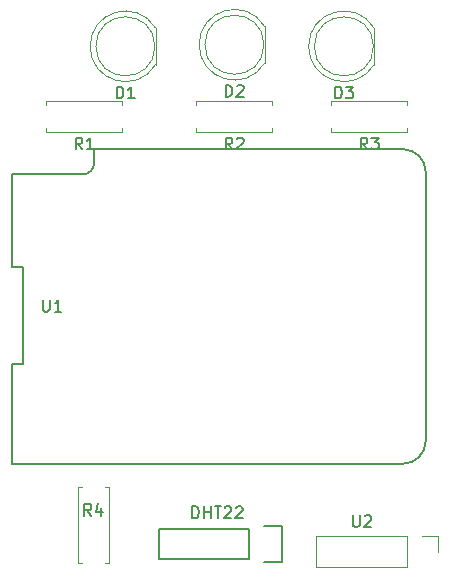
<source format=gbr>
G04 #@! TF.GenerationSoftware,KiCad,Pcbnew,5.1.7-5.1.7*
G04 #@! TF.CreationDate,2020-10-12T00:47:03+02:00*
G04 #@! TF.ProjectId,meteo-home,6d657465-6f2d-4686-9f6d-652e6b696361,rev?*
G04 #@! TF.SameCoordinates,Original*
G04 #@! TF.FileFunction,Legend,Top*
G04 #@! TF.FilePolarity,Positive*
%FSLAX46Y46*%
G04 Gerber Fmt 4.6, Leading zero omitted, Abs format (unit mm)*
G04 Created by KiCad (PCBNEW 5.1.7-5.1.7) date 2020-10-12 00:47:03*
%MOMM*%
%LPD*%
G01*
G04 APERTURE LIST*
%ADD10C,0.150000*%
%ADD11C,0.120000*%
G04 APERTURE END LIST*
D10*
X112595001Y-63697025D02*
X112595001Y-63697025D01*
X112595001Y-64857025D02*
X112595001Y-63697025D01*
X105595001Y-65847025D02*
X111595001Y-65847025D01*
X105595001Y-81927025D02*
X105595001Y-90357024D01*
X106595001Y-81927025D02*
X105595001Y-81927025D01*
X106595001Y-73707025D02*
X106595001Y-81927025D01*
X105595001Y-73707025D02*
X106595001Y-73707025D01*
X105595001Y-65847025D02*
X105595001Y-73707025D01*
X138675001Y-63697025D02*
X112595001Y-63697025D01*
X140675001Y-88357025D02*
X140675001Y-65697025D01*
X105595001Y-90357025D02*
X138675001Y-90357025D01*
X140675001Y-65697025D02*
G75*
G03*
X138675001Y-63697025I-2000000J0D01*
G01*
X138675001Y-90357025D02*
G75*
G03*
X140675001Y-88357025I0J2000000D01*
G01*
X111595001Y-65847025D02*
G75*
G03*
X112595001Y-64847025I0J1000000D01*
G01*
X125730000Y-95885000D02*
X125730000Y-98425000D01*
X118110000Y-95885000D02*
X125730000Y-95885000D01*
X118110000Y-98425000D02*
X118110000Y-95885000D01*
X125730000Y-98425000D02*
X118110000Y-98425000D01*
X128524000Y-95631000D02*
X127000000Y-95631000D01*
X128524000Y-98679000D02*
X128524000Y-95631000D01*
X127000000Y-98679000D02*
X128524000Y-98679000D01*
D11*
X117790000Y-56545000D02*
X117790000Y-53455000D01*
X117730000Y-55000000D02*
G75*
G03*
X117730000Y-55000000I-2500000J0D01*
G01*
X112240000Y-55000462D02*
G75*
G02*
X117790000Y-53455170I2990000J462D01*
G01*
X112240000Y-54999538D02*
G75*
G03*
X117790000Y-56544830I2990000J-462D01*
G01*
X126960000Y-54864000D02*
G75*
G03*
X126960000Y-54864000I-2500000J0D01*
G01*
X127020000Y-56409000D02*
X127020000Y-53319000D01*
X121470000Y-54863538D02*
G75*
G03*
X127020000Y-56408830I2990000J-462D01*
G01*
X121470000Y-54864462D02*
G75*
G02*
X127020000Y-53319170I2990000J462D01*
G01*
X136290000Y-56545000D02*
X136290000Y-53455000D01*
X136230000Y-55000000D02*
G75*
G03*
X136230000Y-55000000I-2500000J0D01*
G01*
X130740000Y-55000462D02*
G75*
G02*
X136290000Y-53455170I2990000J462D01*
G01*
X130740000Y-54999538D02*
G75*
G03*
X136290000Y-56544830I2990000J-462D01*
G01*
X114970000Y-61940000D02*
X114970000Y-62270000D01*
X114970000Y-62270000D02*
X108550000Y-62270000D01*
X108550000Y-62270000D02*
X108550000Y-61940000D01*
X114970000Y-59980000D02*
X114970000Y-59650000D01*
X114970000Y-59650000D02*
X108550000Y-59650000D01*
X108550000Y-59650000D02*
X108550000Y-59980000D01*
X132680000Y-59650000D02*
X132680000Y-59980000D01*
X139100000Y-59650000D02*
X132680000Y-59650000D01*
X139100000Y-59980000D02*
X139100000Y-59650000D01*
X132680000Y-62270000D02*
X132680000Y-61940000D01*
X139100000Y-62270000D02*
X132680000Y-62270000D01*
X139100000Y-61940000D02*
X139100000Y-62270000D01*
X113480000Y-92350000D02*
X113810000Y-92350000D01*
X113810000Y-92350000D02*
X113810000Y-98770000D01*
X113810000Y-98770000D02*
X113480000Y-98770000D01*
X111520000Y-92350000D02*
X111190000Y-92350000D01*
X111190000Y-92350000D02*
X111190000Y-98770000D01*
X111190000Y-98770000D02*
X111520000Y-98770000D01*
X127670000Y-61940000D02*
X127670000Y-62270000D01*
X127670000Y-62270000D02*
X121250000Y-62270000D01*
X121250000Y-62270000D02*
X121250000Y-61940000D01*
X127670000Y-59980000D02*
X127670000Y-59650000D01*
X127670000Y-59650000D02*
X121250000Y-59650000D01*
X121250000Y-59650000D02*
X121250000Y-59980000D01*
X131385000Y-96460000D02*
X131385000Y-99120000D01*
X139065000Y-96460000D02*
X131385000Y-96460000D01*
X139065000Y-99120000D02*
X131385000Y-99120000D01*
X139065000Y-96460000D02*
X139065000Y-99120000D01*
X140335000Y-96460000D02*
X141665000Y-96460000D01*
X141665000Y-96460000D02*
X141665000Y-97790000D01*
D10*
X108238095Y-76452380D02*
X108238095Y-77261904D01*
X108285714Y-77357142D01*
X108333333Y-77404761D01*
X108428571Y-77452380D01*
X108619047Y-77452380D01*
X108714285Y-77404761D01*
X108761904Y-77357142D01*
X108809523Y-77261904D01*
X108809523Y-76452380D01*
X109809523Y-77452380D02*
X109238095Y-77452380D01*
X109523809Y-77452380D02*
X109523809Y-76452380D01*
X109428571Y-76595238D01*
X109333333Y-76690476D01*
X109238095Y-76738095D01*
X120880952Y-94952380D02*
X120880952Y-93952380D01*
X121119047Y-93952380D01*
X121261904Y-94000000D01*
X121357142Y-94095238D01*
X121404761Y-94190476D01*
X121452380Y-94380952D01*
X121452380Y-94523809D01*
X121404761Y-94714285D01*
X121357142Y-94809523D01*
X121261904Y-94904761D01*
X121119047Y-94952380D01*
X120880952Y-94952380D01*
X121880952Y-94952380D02*
X121880952Y-93952380D01*
X121880952Y-94428571D02*
X122452380Y-94428571D01*
X122452380Y-94952380D02*
X122452380Y-93952380D01*
X122785714Y-93952380D02*
X123357142Y-93952380D01*
X123071428Y-94952380D02*
X123071428Y-93952380D01*
X123642857Y-94047619D02*
X123690476Y-94000000D01*
X123785714Y-93952380D01*
X124023809Y-93952380D01*
X124119047Y-94000000D01*
X124166666Y-94047619D01*
X124214285Y-94142857D01*
X124214285Y-94238095D01*
X124166666Y-94380952D01*
X123595238Y-94952380D01*
X124214285Y-94952380D01*
X124595238Y-94047619D02*
X124642857Y-94000000D01*
X124738095Y-93952380D01*
X124976190Y-93952380D01*
X125071428Y-94000000D01*
X125119047Y-94047619D01*
X125166666Y-94142857D01*
X125166666Y-94238095D01*
X125119047Y-94380952D01*
X124547619Y-94952380D01*
X125166666Y-94952380D01*
X114491904Y-59412380D02*
X114491904Y-58412380D01*
X114730000Y-58412380D01*
X114872857Y-58460000D01*
X114968095Y-58555238D01*
X115015714Y-58650476D01*
X115063333Y-58840952D01*
X115063333Y-58983809D01*
X115015714Y-59174285D01*
X114968095Y-59269523D01*
X114872857Y-59364761D01*
X114730000Y-59412380D01*
X114491904Y-59412380D01*
X116015714Y-59412380D02*
X115444285Y-59412380D01*
X115730000Y-59412380D02*
X115730000Y-58412380D01*
X115634761Y-58555238D01*
X115539523Y-58650476D01*
X115444285Y-58698095D01*
X123721904Y-59276380D02*
X123721904Y-58276380D01*
X123960000Y-58276380D01*
X124102857Y-58324000D01*
X124198095Y-58419238D01*
X124245714Y-58514476D01*
X124293333Y-58704952D01*
X124293333Y-58847809D01*
X124245714Y-59038285D01*
X124198095Y-59133523D01*
X124102857Y-59228761D01*
X123960000Y-59276380D01*
X123721904Y-59276380D01*
X124674285Y-58371619D02*
X124721904Y-58324000D01*
X124817142Y-58276380D01*
X125055238Y-58276380D01*
X125150476Y-58324000D01*
X125198095Y-58371619D01*
X125245714Y-58466857D01*
X125245714Y-58562095D01*
X125198095Y-58704952D01*
X124626666Y-59276380D01*
X125245714Y-59276380D01*
X132991904Y-59412380D02*
X132991904Y-58412380D01*
X133230000Y-58412380D01*
X133372857Y-58460000D01*
X133468095Y-58555238D01*
X133515714Y-58650476D01*
X133563333Y-58840952D01*
X133563333Y-58983809D01*
X133515714Y-59174285D01*
X133468095Y-59269523D01*
X133372857Y-59364761D01*
X133230000Y-59412380D01*
X132991904Y-59412380D01*
X133896666Y-58412380D02*
X134515714Y-58412380D01*
X134182380Y-58793333D01*
X134325238Y-58793333D01*
X134420476Y-58840952D01*
X134468095Y-58888571D01*
X134515714Y-58983809D01*
X134515714Y-59221904D01*
X134468095Y-59317142D01*
X134420476Y-59364761D01*
X134325238Y-59412380D01*
X134039523Y-59412380D01*
X133944285Y-59364761D01*
X133896666Y-59317142D01*
X111593333Y-63722380D02*
X111260000Y-63246190D01*
X111021904Y-63722380D02*
X111021904Y-62722380D01*
X111402857Y-62722380D01*
X111498095Y-62770000D01*
X111545714Y-62817619D01*
X111593333Y-62912857D01*
X111593333Y-63055714D01*
X111545714Y-63150952D01*
X111498095Y-63198571D01*
X111402857Y-63246190D01*
X111021904Y-63246190D01*
X112545714Y-63722380D02*
X111974285Y-63722380D01*
X112260000Y-63722380D02*
X112260000Y-62722380D01*
X112164761Y-62865238D01*
X112069523Y-62960476D01*
X111974285Y-63008095D01*
X135723333Y-63722380D02*
X135390000Y-63246190D01*
X135151904Y-63722380D02*
X135151904Y-62722380D01*
X135532857Y-62722380D01*
X135628095Y-62770000D01*
X135675714Y-62817619D01*
X135723333Y-62912857D01*
X135723333Y-63055714D01*
X135675714Y-63150952D01*
X135628095Y-63198571D01*
X135532857Y-63246190D01*
X135151904Y-63246190D01*
X136056666Y-62722380D02*
X136675714Y-62722380D01*
X136342380Y-63103333D01*
X136485238Y-63103333D01*
X136580476Y-63150952D01*
X136628095Y-63198571D01*
X136675714Y-63293809D01*
X136675714Y-63531904D01*
X136628095Y-63627142D01*
X136580476Y-63674761D01*
X136485238Y-63722380D01*
X136199523Y-63722380D01*
X136104285Y-63674761D01*
X136056666Y-63627142D01*
X112333333Y-94742380D02*
X112000000Y-94266190D01*
X111761904Y-94742380D02*
X111761904Y-93742380D01*
X112142857Y-93742380D01*
X112238095Y-93790000D01*
X112285714Y-93837619D01*
X112333333Y-93932857D01*
X112333333Y-94075714D01*
X112285714Y-94170952D01*
X112238095Y-94218571D01*
X112142857Y-94266190D01*
X111761904Y-94266190D01*
X113190476Y-94075714D02*
X113190476Y-94742380D01*
X112952380Y-93694761D02*
X112714285Y-94409047D01*
X113333333Y-94409047D01*
X124293333Y-63722380D02*
X123960000Y-63246190D01*
X123721904Y-63722380D02*
X123721904Y-62722380D01*
X124102857Y-62722380D01*
X124198095Y-62770000D01*
X124245714Y-62817619D01*
X124293333Y-62912857D01*
X124293333Y-63055714D01*
X124245714Y-63150952D01*
X124198095Y-63198571D01*
X124102857Y-63246190D01*
X123721904Y-63246190D01*
X124674285Y-62817619D02*
X124721904Y-62770000D01*
X124817142Y-62722380D01*
X125055238Y-62722380D01*
X125150476Y-62770000D01*
X125198095Y-62817619D01*
X125245714Y-62912857D01*
X125245714Y-63008095D01*
X125198095Y-63150952D01*
X124626666Y-63722380D01*
X125245714Y-63722380D01*
X134493095Y-94702380D02*
X134493095Y-95511904D01*
X134540714Y-95607142D01*
X134588333Y-95654761D01*
X134683571Y-95702380D01*
X134874047Y-95702380D01*
X134969285Y-95654761D01*
X135016904Y-95607142D01*
X135064523Y-95511904D01*
X135064523Y-94702380D01*
X135493095Y-94797619D02*
X135540714Y-94750000D01*
X135635952Y-94702380D01*
X135874047Y-94702380D01*
X135969285Y-94750000D01*
X136016904Y-94797619D01*
X136064523Y-94892857D01*
X136064523Y-94988095D01*
X136016904Y-95130952D01*
X135445476Y-95702380D01*
X136064523Y-95702380D01*
M02*

</source>
